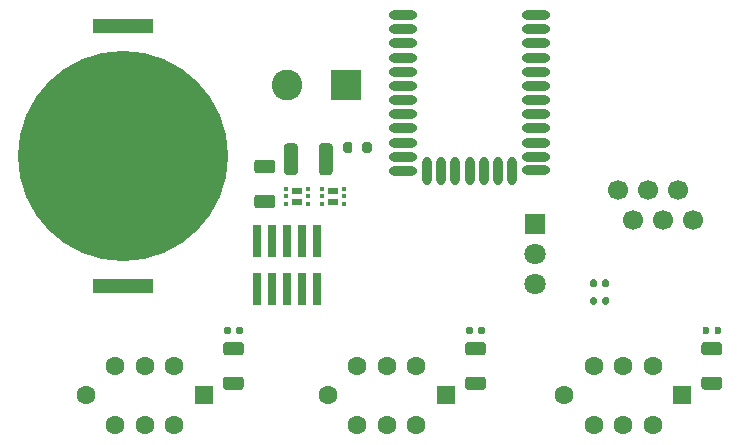
<source format=gbr>
%TF.GenerationSoftware,KiCad,Pcbnew,(5.1.9-0-10_14)*%
%TF.CreationDate,2021-07-01T16:44:21-07:00*%
%TF.ProjectId,vantroller_v5_switch,76616e74-726f-46c6-9c65-725f76355f73,rev?*%
%TF.SameCoordinates,Original*%
%TF.FileFunction,Soldermask,Top*%
%TF.FilePolarity,Negative*%
%FSLAX46Y46*%
G04 Gerber Fmt 4.6, Leading zero omitted, Abs format (unit mm)*
G04 Created by KiCad (PCBNEW (5.1.9-0-10_14)) date 2021-07-01 16:44:21*
%MOMM*%
%LPD*%
G01*
G04 APERTURE LIST*
%ADD10O,2.400000X0.800000*%
%ADD11O,0.800000X2.400000*%
%ADD12R,0.950000X0.613000*%
%ADD13R,0.325000X0.300000*%
%ADD14C,1.800000*%
%ADD15R,1.800000X1.800000*%
%ADD16C,1.600000*%
%ADD17R,1.600000X1.600000*%
%ADD18R,0.762000X2.794000*%
%ADD19C,1.700000*%
%ADD20C,2.600000*%
%ADD21R,2.600000X2.600000*%
%ADD22R,5.080000X1.270000*%
%ADD23C,17.800000*%
G04 APERTURE END LIST*
D10*
%TO.C,U2*%
X52350000Y-100300000D03*
X52350000Y-101500000D03*
X52350000Y-102700000D03*
X52350000Y-103900000D03*
X52350000Y-105100000D03*
X52350000Y-106300000D03*
X52350000Y-107500000D03*
X52350000Y-108700000D03*
X52350000Y-109900000D03*
X52350000Y-111100000D03*
X52350000Y-112300000D03*
X52350000Y-113500000D03*
D11*
X54400000Y-113500000D03*
X55600000Y-113500000D03*
X56800000Y-113500000D03*
X58000000Y-113500000D03*
X59200000Y-113500000D03*
X60400000Y-113500000D03*
X61600000Y-113500000D03*
D10*
X63650000Y-113400000D03*
X63650000Y-112300000D03*
X63650000Y-111100000D03*
X63650000Y-109900000D03*
X63650000Y-108700000D03*
X63650000Y-107500000D03*
X63650000Y-106300000D03*
X63650000Y-105100000D03*
X63650000Y-103900000D03*
X63650000Y-102700000D03*
X63650000Y-101500000D03*
X63650000Y-100300000D03*
%TD*%
D12*
%TO.C,U6*%
X46450000Y-115183500D03*
X46450000Y-116116500D03*
D13*
X47375000Y-115000000D03*
X47375000Y-116300000D03*
X47375000Y-115650000D03*
X45525000Y-116300000D03*
X45525000Y-115650000D03*
X45525000Y-115000000D03*
%TD*%
D12*
%TO.C,U5*%
X43395001Y-115168501D03*
X43395001Y-116101501D03*
D13*
X44320001Y-114985001D03*
X44320001Y-116285001D03*
X44320001Y-115635001D03*
X42470001Y-116285001D03*
X42470001Y-115635001D03*
X42470001Y-114985001D03*
%TD*%
D14*
%TO.C,U1*%
X63500000Y-123080000D03*
X63500000Y-120540000D03*
D15*
X63500000Y-118000000D03*
%TD*%
D16*
%TO.C,S3*%
X73500000Y-130000000D03*
X71000000Y-130000000D03*
X68500000Y-130000000D03*
X73500000Y-135000000D03*
X71000000Y-135000000D03*
X68500000Y-135000000D03*
D17*
X76000000Y-132500000D03*
D16*
X66000000Y-132500000D03*
%TD*%
%TO.C,S2*%
X53500000Y-130000000D03*
X51000000Y-130000000D03*
X48500000Y-130000000D03*
X53500000Y-135000000D03*
X51000000Y-135000000D03*
X48500000Y-135000000D03*
D17*
X56000000Y-132500000D03*
D16*
X46000000Y-132500000D03*
%TD*%
%TO.C,S1*%
X33000000Y-130000000D03*
X30500000Y-130000000D03*
X28000000Y-130000000D03*
X33000000Y-135000000D03*
X30500000Y-135000000D03*
X28000000Y-135000000D03*
D17*
X35500000Y-132500000D03*
D16*
X25500000Y-132500000D03*
%TD*%
%TO.C,R28*%
G36*
G01*
X48075000Y-111225000D02*
X48075000Y-111775000D01*
G75*
G02*
X47875000Y-111975000I-200000J0D01*
G01*
X47475000Y-111975000D01*
G75*
G02*
X47275000Y-111775000I0J200000D01*
G01*
X47275000Y-111225000D01*
G75*
G02*
X47475000Y-111025000I200000J0D01*
G01*
X47875000Y-111025000D01*
G75*
G02*
X48075000Y-111225000I0J-200000D01*
G01*
G37*
G36*
G01*
X49725000Y-111225000D02*
X49725000Y-111775000D01*
G75*
G02*
X49525000Y-111975000I-200000J0D01*
G01*
X49125000Y-111975000D01*
G75*
G02*
X48925000Y-111775000I0J200000D01*
G01*
X48925000Y-111225000D01*
G75*
G02*
X49125000Y-111025000I200000J0D01*
G01*
X49525000Y-111025000D01*
G75*
G02*
X49725000Y-111225000I0J-200000D01*
G01*
G37*
%TD*%
%TO.C,R8*%
G36*
G01*
X69240000Y-124685000D02*
X69240000Y-124315000D01*
G75*
G02*
X69375000Y-124180000I135000J0D01*
G01*
X69645000Y-124180000D01*
G75*
G02*
X69780000Y-124315000I0J-135000D01*
G01*
X69780000Y-124685000D01*
G75*
G02*
X69645000Y-124820000I-135000J0D01*
G01*
X69375000Y-124820000D01*
G75*
G02*
X69240000Y-124685000I0J135000D01*
G01*
G37*
G36*
G01*
X68220000Y-124685000D02*
X68220000Y-124315000D01*
G75*
G02*
X68355000Y-124180000I135000J0D01*
G01*
X68625000Y-124180000D01*
G75*
G02*
X68760000Y-124315000I0J-135000D01*
G01*
X68760000Y-124685000D01*
G75*
G02*
X68625000Y-124820000I-135000J0D01*
G01*
X68355000Y-124820000D01*
G75*
G02*
X68220000Y-124685000I0J135000D01*
G01*
G37*
%TD*%
%TO.C,R7*%
G36*
G01*
X69240000Y-123185000D02*
X69240000Y-122815000D01*
G75*
G02*
X69375000Y-122680000I135000J0D01*
G01*
X69645000Y-122680000D01*
G75*
G02*
X69780000Y-122815000I0J-135000D01*
G01*
X69780000Y-123185000D01*
G75*
G02*
X69645000Y-123320000I-135000J0D01*
G01*
X69375000Y-123320000D01*
G75*
G02*
X69240000Y-123185000I0J135000D01*
G01*
G37*
G36*
G01*
X68220000Y-123185000D02*
X68220000Y-122815000D01*
G75*
G02*
X68355000Y-122680000I135000J0D01*
G01*
X68625000Y-122680000D01*
G75*
G02*
X68760000Y-122815000I0J-135000D01*
G01*
X68760000Y-123185000D01*
G75*
G02*
X68625000Y-123320000I-135000J0D01*
G01*
X68355000Y-123320000D01*
G75*
G02*
X68220000Y-123185000I0J135000D01*
G01*
G37*
%TD*%
%TO.C,R6*%
G36*
G01*
X77874999Y-130900000D02*
X79125001Y-130900000D01*
G75*
G02*
X79375000Y-131149999I0J-249999D01*
G01*
X79375000Y-131775001D01*
G75*
G02*
X79125001Y-132025000I-249999J0D01*
G01*
X77874999Y-132025000D01*
G75*
G02*
X77625000Y-131775001I0J249999D01*
G01*
X77625000Y-131149999D01*
G75*
G02*
X77874999Y-130900000I249999J0D01*
G01*
G37*
G36*
G01*
X77874999Y-127975000D02*
X79125001Y-127975000D01*
G75*
G02*
X79375000Y-128224999I0J-249999D01*
G01*
X79375000Y-128850001D01*
G75*
G02*
X79125001Y-129100000I-249999J0D01*
G01*
X77874999Y-129100000D01*
G75*
G02*
X77625000Y-128850001I0J249999D01*
G01*
X77625000Y-128224999D01*
G75*
G02*
X77874999Y-127975000I249999J0D01*
G01*
G37*
%TD*%
%TO.C,R5*%
G36*
G01*
X78740000Y-127185000D02*
X78740000Y-126815000D01*
G75*
G02*
X78875000Y-126680000I135000J0D01*
G01*
X79145000Y-126680000D01*
G75*
G02*
X79280000Y-126815000I0J-135000D01*
G01*
X79280000Y-127185000D01*
G75*
G02*
X79145000Y-127320000I-135000J0D01*
G01*
X78875000Y-127320000D01*
G75*
G02*
X78740000Y-127185000I0J135000D01*
G01*
G37*
G36*
G01*
X77720000Y-127185000D02*
X77720000Y-126815000D01*
G75*
G02*
X77855000Y-126680000I135000J0D01*
G01*
X78125000Y-126680000D01*
G75*
G02*
X78260000Y-126815000I0J-135000D01*
G01*
X78260000Y-127185000D01*
G75*
G02*
X78125000Y-127320000I-135000J0D01*
G01*
X77855000Y-127320000D01*
G75*
G02*
X77720000Y-127185000I0J135000D01*
G01*
G37*
%TD*%
%TO.C,R4*%
G36*
G01*
X57874999Y-130900000D02*
X59125001Y-130900000D01*
G75*
G02*
X59375000Y-131149999I0J-249999D01*
G01*
X59375000Y-131775001D01*
G75*
G02*
X59125001Y-132025000I-249999J0D01*
G01*
X57874999Y-132025000D01*
G75*
G02*
X57625000Y-131775001I0J249999D01*
G01*
X57625000Y-131149999D01*
G75*
G02*
X57874999Y-130900000I249999J0D01*
G01*
G37*
G36*
G01*
X57874999Y-127975000D02*
X59125001Y-127975000D01*
G75*
G02*
X59375000Y-128224999I0J-249999D01*
G01*
X59375000Y-128850001D01*
G75*
G02*
X59125001Y-129100000I-249999J0D01*
G01*
X57874999Y-129100000D01*
G75*
G02*
X57625000Y-128850001I0J249999D01*
G01*
X57625000Y-128224999D01*
G75*
G02*
X57874999Y-127975000I249999J0D01*
G01*
G37*
%TD*%
%TO.C,R3*%
G36*
G01*
X58740000Y-127185000D02*
X58740000Y-126815000D01*
G75*
G02*
X58875000Y-126680000I135000J0D01*
G01*
X59145000Y-126680000D01*
G75*
G02*
X59280000Y-126815000I0J-135000D01*
G01*
X59280000Y-127185000D01*
G75*
G02*
X59145000Y-127320000I-135000J0D01*
G01*
X58875000Y-127320000D01*
G75*
G02*
X58740000Y-127185000I0J135000D01*
G01*
G37*
G36*
G01*
X57720000Y-127185000D02*
X57720000Y-126815000D01*
G75*
G02*
X57855000Y-126680000I135000J0D01*
G01*
X58125000Y-126680000D01*
G75*
G02*
X58260000Y-126815000I0J-135000D01*
G01*
X58260000Y-127185000D01*
G75*
G02*
X58125000Y-127320000I-135000J0D01*
G01*
X57855000Y-127320000D01*
G75*
G02*
X57720000Y-127185000I0J135000D01*
G01*
G37*
%TD*%
%TO.C,R2*%
G36*
G01*
X37374999Y-130900000D02*
X38625001Y-130900000D01*
G75*
G02*
X38875000Y-131149999I0J-249999D01*
G01*
X38875000Y-131775001D01*
G75*
G02*
X38625001Y-132025000I-249999J0D01*
G01*
X37374999Y-132025000D01*
G75*
G02*
X37125000Y-131775001I0J249999D01*
G01*
X37125000Y-131149999D01*
G75*
G02*
X37374999Y-130900000I249999J0D01*
G01*
G37*
G36*
G01*
X37374999Y-127975000D02*
X38625001Y-127975000D01*
G75*
G02*
X38875000Y-128224999I0J-249999D01*
G01*
X38875000Y-128850001D01*
G75*
G02*
X38625001Y-129100000I-249999J0D01*
G01*
X37374999Y-129100000D01*
G75*
G02*
X37125000Y-128850001I0J249999D01*
G01*
X37125000Y-128224999D01*
G75*
G02*
X37374999Y-127975000I249999J0D01*
G01*
G37*
%TD*%
%TO.C,R1*%
G36*
G01*
X38240000Y-127185000D02*
X38240000Y-126815000D01*
G75*
G02*
X38375000Y-126680000I135000J0D01*
G01*
X38645000Y-126680000D01*
G75*
G02*
X38780000Y-126815000I0J-135000D01*
G01*
X38780000Y-127185000D01*
G75*
G02*
X38645000Y-127320000I-135000J0D01*
G01*
X38375000Y-127320000D01*
G75*
G02*
X38240000Y-127185000I0J135000D01*
G01*
G37*
G36*
G01*
X37220000Y-127185000D02*
X37220000Y-126815000D01*
G75*
G02*
X37355000Y-126680000I135000J0D01*
G01*
X37625000Y-126680000D01*
G75*
G02*
X37760000Y-126815000I0J-135000D01*
G01*
X37760000Y-127185000D01*
G75*
G02*
X37625000Y-127320000I-135000J0D01*
G01*
X37355000Y-127320000D01*
G75*
G02*
X37220000Y-127185000I0J135000D01*
G01*
G37*
%TD*%
D18*
%TO.C,J3*%
X39960000Y-123532000D03*
X39960000Y-119468000D03*
X41230000Y-123532000D03*
X41230000Y-119468000D03*
X42500000Y-123532000D03*
X42500000Y-119468000D03*
X43770000Y-123532000D03*
X43770000Y-119468000D03*
X45040000Y-123532000D03*
X45040000Y-119468000D03*
%TD*%
D19*
%TO.C,J2*%
X76925000Y-117690000D03*
X74385000Y-117690000D03*
X71845000Y-117690000D03*
X75655000Y-115150000D03*
X73095000Y-115150000D03*
X70575000Y-115150000D03*
%TD*%
D20*
%TO.C,J1*%
X42500000Y-106250000D03*
D21*
X47500000Y-106250000D03*
%TD*%
%TO.C,C7*%
G36*
G01*
X43450000Y-111399999D02*
X43450000Y-113600001D01*
G75*
G02*
X43200001Y-113850000I-249999J0D01*
G01*
X42549999Y-113850000D01*
G75*
G02*
X42300000Y-113600001I0J249999D01*
G01*
X42300000Y-111399999D01*
G75*
G02*
X42549999Y-111150000I249999J0D01*
G01*
X43200001Y-111150000D01*
G75*
G02*
X43450000Y-111399999I0J-249999D01*
G01*
G37*
G36*
G01*
X46400000Y-111399999D02*
X46400000Y-113600001D01*
G75*
G02*
X46150001Y-113850000I-249999J0D01*
G01*
X45499999Y-113850000D01*
G75*
G02*
X45250000Y-113600001I0J249999D01*
G01*
X45250000Y-111399999D01*
G75*
G02*
X45499999Y-111150000I249999J0D01*
G01*
X46150001Y-111150000D01*
G75*
G02*
X46400000Y-111399999I0J-249999D01*
G01*
G37*
%TD*%
%TO.C,C4*%
G36*
G01*
X41300001Y-113700000D02*
X39999999Y-113700000D01*
G75*
G02*
X39750000Y-113450001I0J249999D01*
G01*
X39750000Y-112799999D01*
G75*
G02*
X39999999Y-112550000I249999J0D01*
G01*
X41300001Y-112550000D01*
G75*
G02*
X41550000Y-112799999I0J-249999D01*
G01*
X41550000Y-113450001D01*
G75*
G02*
X41300001Y-113700000I-249999J0D01*
G01*
G37*
G36*
G01*
X41300001Y-116650000D02*
X39999999Y-116650000D01*
G75*
G02*
X39750000Y-116400001I0J249999D01*
G01*
X39750000Y-115749999D01*
G75*
G02*
X39999999Y-115500000I249999J0D01*
G01*
X41300001Y-115500000D01*
G75*
G02*
X41550000Y-115749999I0J-249999D01*
G01*
X41550000Y-116400001D01*
G75*
G02*
X41300001Y-116650000I-249999J0D01*
G01*
G37*
%TD*%
D22*
%TO.C,BT1*%
X28650000Y-101265000D03*
X28650000Y-123235000D03*
D23*
X28650000Y-112250000D03*
%TD*%
M02*

</source>
